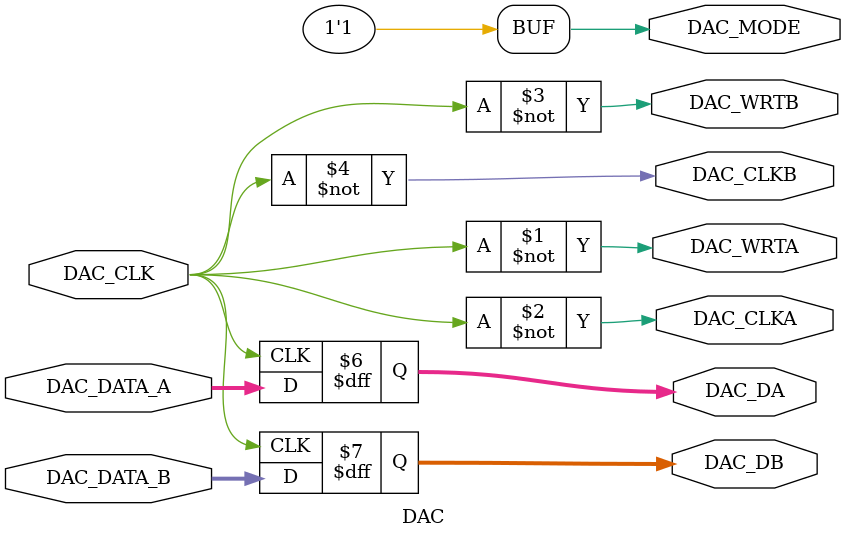
<source format=v>
module DAC(
		DAC_CLK,		//Internal DAC clock
		
		DAC_CLKA,		//Output to GPIO
		DAC_CLKB,		//Output to GPIO

		DAC_DA,			//Output to GPIO
		DAC_WRTA,		//Output to GPIO
		
		DAC_DB,			//Output to GPIO				
		DAC_WRTB,		//Output to GPIO
		
		DAC_MODE,		//Output to GPIO
				
		DAC_DATA_A,		//Internal ADC data
		DAC_DATA_B);	//Internal ADC data
				

//////////////////////// ADC Physical Pins ////////////////////
output reg	[13:0] DAC_DA;	//Output to GPIO
output DAC_WRTA;			//Output to GPIO
output DAC_CLKA;			//Output to GPIO
				
output reg	[13:0] DAC_DB;	//Output to GPIO
output DAC_WRTB;			//Output to GPIO
output DAC_CLKB;			//Output to GPIO
		
output DAC_MODE;			//Output to GPIO

////////////////////////  ADC Internal Port //////////////////
input 	DAC_CLK;
input  [13:0] DAC_DATA_A;
input  [13:0] DAC_DATA_B;

assign DAC_MODE = 1;
assign DAC_WRTA = ~DAC_CLK;
assign DAC_CLKA = ~DAC_CLK;
assign DAC_WRTB = ~DAC_CLK;
assign DAC_CLKB = ~DAC_CLK;

always @( posedge DAC_CLK )
	begin
		DAC_DA <= DAC_DATA_A;
		DAC_DB <= DAC_DATA_B;
	end

endmodule 

</source>
